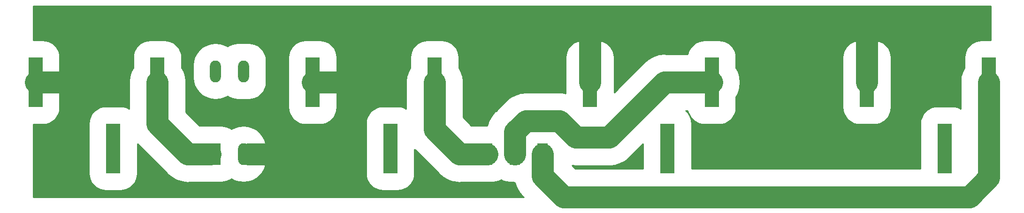
<source format=gbr>
G04 #@! TF.GenerationSoftware,KiCad,Pcbnew,5.1.4*
G04 #@! TF.CreationDate,2019-11-13T20:32:36-05:00*
G04 #@! TF.ProjectId,PooferControl-Reciever-PlugPlane,506f6f66-6572-4436-9f6e-74726f6c2d52,rev?*
G04 #@! TF.SameCoordinates,Original*
G04 #@! TF.FileFunction,Copper,L1,Top*
G04 #@! TF.FilePolarity,Positive*
%FSLAX46Y46*%
G04 Gerber Fmt 4.6, Leading zero omitted, Abs format (unit mm)*
G04 Created by KiCad (PCBNEW 5.1.4) date 2019-11-13 20:32:36*
%MOMM*%
%LPD*%
G04 APERTURE LIST*
%ADD10O,1.980000X3.960000*%
%ADD11R,1.980000X3.960000*%
%ADD12R,2.500000X9.000000*%
%ADD13C,4.000000*%
%ADD14C,0.254000*%
G04 APERTURE END LIST*
D10*
X105000000Y-85000000D03*
X110000000Y-85000000D03*
X110000000Y-100000000D03*
D11*
X105000000Y-100000000D03*
D12*
X186500000Y-99000000D03*
X172500000Y-87000000D03*
X194500000Y-87000000D03*
X236500000Y-99000000D03*
X222500000Y-87000000D03*
X244500000Y-87000000D03*
X94500000Y-87000000D03*
X72500000Y-87000000D03*
X86500000Y-99000000D03*
D11*
X154000000Y-100000000D03*
X159000000Y-100000000D03*
X164000000Y-100000000D03*
D12*
X136500000Y-99000000D03*
X122500000Y-87000000D03*
X144500000Y-87000000D03*
D13*
X164000000Y-100990000D02*
X164000000Y-100000000D01*
X244500000Y-87000000D02*
X244500000Y-104274990D01*
X244500000Y-104274990D02*
X241000000Y-107774990D01*
X241000000Y-107774990D02*
X167774990Y-107774990D01*
X164000000Y-104000000D02*
X164000000Y-100990000D01*
X167774990Y-107774990D02*
X164000000Y-104000000D01*
X159000000Y-96000000D02*
X159000000Y-100000000D01*
X161000000Y-94000000D02*
X159000000Y-96000000D01*
X170000000Y-97000000D02*
X167000000Y-94000000D01*
X167000000Y-94000000D02*
X161000000Y-94000000D01*
X176000000Y-97000000D02*
X170000000Y-97000000D01*
X186000000Y-87000000D02*
X176000000Y-97000000D01*
X194500000Y-87000000D02*
X186000000Y-87000000D01*
X94500000Y-94500000D02*
X94500000Y-87000000D01*
X104000000Y-100000000D02*
X100000000Y-100000000D01*
X100000000Y-100000000D02*
X94500000Y-94500000D01*
X149000000Y-100000000D02*
X144500000Y-95500000D01*
X154000000Y-100000000D02*
X149000000Y-100000000D01*
X144500000Y-95500000D02*
X144500000Y-87000000D01*
X72500000Y-87000000D02*
X79000000Y-87000000D01*
X122500000Y-87000000D02*
X128000000Y-87000000D01*
X172500000Y-87000000D02*
X172500000Y-78500000D01*
X222500000Y-87000000D02*
X222500000Y-78500000D01*
X111000000Y-100000000D02*
X116000000Y-100000000D01*
D14*
G36*
X244848001Y-74845154D02*
G01*
X244848000Y-78845154D01*
X244848000Y-79357870D01*
X243250000Y-79357870D01*
X242637001Y-79418245D01*
X242047559Y-79597050D01*
X241504326Y-79887414D01*
X241028179Y-80278179D01*
X240637414Y-80754326D01*
X240347050Y-81297559D01*
X240168245Y-81887001D01*
X240107870Y-82500000D01*
X240107870Y-84340910D01*
X239740351Y-85028490D01*
X239447184Y-85994933D01*
X239373000Y-86748132D01*
X239373000Y-91821844D01*
X238952441Y-91597050D01*
X238362999Y-91418245D01*
X237750000Y-91357870D01*
X235250000Y-91357870D01*
X234637001Y-91418245D01*
X234047559Y-91597050D01*
X233504326Y-91887414D01*
X233028179Y-92278179D01*
X232637414Y-92754326D01*
X232347050Y-93297559D01*
X232168245Y-93887001D01*
X232107870Y-94500000D01*
X232107870Y-102647990D01*
X190892130Y-102647990D01*
X190892130Y-94500000D01*
X190831755Y-93887001D01*
X190652950Y-93297559D01*
X190362586Y-92754326D01*
X189971821Y-92278179D01*
X189787609Y-92127000D01*
X190172492Y-92127000D01*
X190347050Y-92702441D01*
X190637414Y-93245674D01*
X191028179Y-93721821D01*
X191504326Y-94112586D01*
X192047559Y-94402950D01*
X192637001Y-94581755D01*
X193250000Y-94642130D01*
X195750000Y-94642130D01*
X196362999Y-94581755D01*
X196952441Y-94402950D01*
X197495674Y-94112586D01*
X197971821Y-93721821D01*
X198362586Y-93245674D01*
X198652950Y-92702441D01*
X198831755Y-92112999D01*
X198892130Y-91500000D01*
X198892130Y-89659091D01*
X199259649Y-88971511D01*
X199552816Y-88005068D01*
X199651807Y-87000000D01*
X199552816Y-85994932D01*
X199259649Y-85028489D01*
X198892130Y-84340909D01*
X198892130Y-82500000D01*
X218107870Y-82500000D01*
X218107870Y-91500000D01*
X218168245Y-92112999D01*
X218347050Y-92702441D01*
X218637414Y-93245674D01*
X219028179Y-93721821D01*
X219504326Y-94112586D01*
X220047559Y-94402950D01*
X220637001Y-94581755D01*
X221250000Y-94642130D01*
X223750000Y-94642130D01*
X224362999Y-94581755D01*
X224952441Y-94402950D01*
X225495674Y-94112586D01*
X225971821Y-93721821D01*
X226362586Y-93245674D01*
X226652950Y-92702441D01*
X226831755Y-92112999D01*
X226892130Y-91500000D01*
X226892130Y-82500000D01*
X226831755Y-81887001D01*
X226652950Y-81297559D01*
X226362586Y-80754326D01*
X225971821Y-80278179D01*
X225495674Y-79887414D01*
X224952441Y-79597050D01*
X224362999Y-79418245D01*
X223750000Y-79357870D01*
X221250000Y-79357870D01*
X220637001Y-79418245D01*
X220047559Y-79597050D01*
X219504326Y-79887414D01*
X219028179Y-80278179D01*
X218637414Y-80754326D01*
X218347050Y-81297559D01*
X218168245Y-81887001D01*
X218107870Y-82500000D01*
X198892130Y-82500000D01*
X198831755Y-81887001D01*
X198652950Y-81297559D01*
X198362586Y-80754326D01*
X197971821Y-80278179D01*
X197495674Y-79887414D01*
X196952441Y-79597050D01*
X196362999Y-79418245D01*
X195750000Y-79357870D01*
X193250000Y-79357870D01*
X192637001Y-79418245D01*
X192047559Y-79597050D01*
X191504326Y-79887414D01*
X191028179Y-80278179D01*
X190637414Y-80754326D01*
X190347050Y-81297559D01*
X190172492Y-81873000D01*
X186251871Y-81873000D01*
X186000000Y-81848193D01*
X184994932Y-81947183D01*
X184028488Y-82240351D01*
X183679538Y-82426869D01*
X183137809Y-82716429D01*
X182357122Y-83357122D01*
X182196562Y-83552765D01*
X176892130Y-88857198D01*
X176892130Y-82500000D01*
X176831755Y-81887001D01*
X176652950Y-81297559D01*
X176362586Y-80754326D01*
X175971821Y-80278179D01*
X175495674Y-79887414D01*
X174952441Y-79597050D01*
X174362999Y-79418245D01*
X173750000Y-79357870D01*
X171250000Y-79357870D01*
X170637001Y-79418245D01*
X170047559Y-79597050D01*
X169504326Y-79887414D01*
X169028179Y-80278179D01*
X168637414Y-80754326D01*
X168347050Y-81297559D01*
X168168245Y-81887001D01*
X168107870Y-82500000D01*
X168107870Y-88978369D01*
X168005068Y-88947184D01*
X167251869Y-88873000D01*
X167251868Y-88873000D01*
X167000000Y-88848193D01*
X166748132Y-88873000D01*
X161251868Y-88873000D01*
X160999999Y-88848193D01*
X159994932Y-88947184D01*
X159028489Y-89240351D01*
X158137809Y-89716429D01*
X157357122Y-90357122D01*
X157196557Y-90552771D01*
X155552771Y-92196557D01*
X155357122Y-92357122D01*
X154716429Y-93137810D01*
X154240351Y-94028490D01*
X153984172Y-94873000D01*
X151123673Y-94873000D01*
X149627000Y-93376328D01*
X149627000Y-86748131D01*
X149552816Y-85994932D01*
X149259649Y-85028489D01*
X148892130Y-84340909D01*
X148892130Y-82500000D01*
X148831755Y-81887001D01*
X148652950Y-81297559D01*
X148362586Y-80754326D01*
X147971821Y-80278179D01*
X147495674Y-79887414D01*
X146952441Y-79597050D01*
X146362999Y-79418245D01*
X145750000Y-79357870D01*
X143250000Y-79357870D01*
X142637001Y-79418245D01*
X142047559Y-79597050D01*
X141504326Y-79887414D01*
X141028179Y-80278179D01*
X140637414Y-80754326D01*
X140347050Y-81297559D01*
X140168245Y-81887001D01*
X140107870Y-82500000D01*
X140107870Y-84340911D01*
X139740352Y-85028489D01*
X139447185Y-85994932D01*
X139373001Y-86748131D01*
X139373000Y-91821844D01*
X138952441Y-91597050D01*
X138362999Y-91418245D01*
X137750000Y-91357870D01*
X135250000Y-91357870D01*
X134637001Y-91418245D01*
X134047559Y-91597050D01*
X133504326Y-91887414D01*
X133028179Y-92278179D01*
X132637414Y-92754326D01*
X132347050Y-93297559D01*
X132168245Y-93887001D01*
X132107870Y-94500000D01*
X132107870Y-103500000D01*
X132168245Y-104112999D01*
X132347050Y-104702441D01*
X132637414Y-105245674D01*
X133028179Y-105721821D01*
X133504326Y-106112586D01*
X134047559Y-106402950D01*
X134637001Y-106581755D01*
X135250000Y-106642130D01*
X137750000Y-106642130D01*
X138362999Y-106581755D01*
X138952441Y-106402950D01*
X139495674Y-106112586D01*
X139971821Y-105721821D01*
X140362586Y-105245674D01*
X140652950Y-104702441D01*
X140831755Y-104112999D01*
X140892130Y-103500000D01*
X140892130Y-99171608D01*
X141052770Y-99303442D01*
X145196562Y-103447235D01*
X145357122Y-103642878D01*
X146137809Y-104283571D01*
X147028489Y-104759649D01*
X147837528Y-105005068D01*
X147994932Y-105052816D01*
X148999999Y-105151807D01*
X149251868Y-105127000D01*
X154251869Y-105127000D01*
X154301315Y-105122130D01*
X154990000Y-105122130D01*
X155602999Y-105061755D01*
X156192441Y-104882950D01*
X156500000Y-104718556D01*
X156807559Y-104882950D01*
X157397001Y-105061755D01*
X158010000Y-105122130D01*
X158698686Y-105122130D01*
X158991441Y-105150964D01*
X159240351Y-105971510D01*
X159716429Y-106862190D01*
X160357122Y-107642878D01*
X160552770Y-107803442D01*
X160597328Y-107848000D01*
X72152000Y-107848000D01*
X72152000Y-94642130D01*
X73750000Y-94642130D01*
X74362999Y-94581755D01*
X74632509Y-94500000D01*
X82107870Y-94500000D01*
X82107870Y-103500000D01*
X82168245Y-104112999D01*
X82347050Y-104702441D01*
X82637414Y-105245674D01*
X83028179Y-105721821D01*
X83504326Y-106112586D01*
X84047559Y-106402950D01*
X84637001Y-106581755D01*
X85250000Y-106642130D01*
X87750000Y-106642130D01*
X88362999Y-106581755D01*
X88952441Y-106402950D01*
X89495674Y-106112586D01*
X89971821Y-105721821D01*
X90362586Y-105245674D01*
X90652950Y-104702441D01*
X90831755Y-104112999D01*
X90892130Y-103500000D01*
X90892130Y-98171608D01*
X91052770Y-98303442D01*
X96196562Y-103447235D01*
X96357122Y-103642878D01*
X97137809Y-104283571D01*
X97715936Y-104592586D01*
X98028489Y-104759649D01*
X98994932Y-105052817D01*
X100000000Y-105151807D01*
X100251871Y-105127000D01*
X104251869Y-105127000D01*
X104301315Y-105122130D01*
X105990000Y-105122130D01*
X106602999Y-105061755D01*
X107192441Y-104882950D01*
X107735674Y-104592586D01*
X107842432Y-104504972D01*
X108416870Y-104812016D01*
X109192928Y-105047430D01*
X110000000Y-105126920D01*
X110807073Y-105047430D01*
X111583131Y-104812016D01*
X112298350Y-104429723D01*
X112925244Y-103915244D01*
X113439723Y-103288350D01*
X113822016Y-102573130D01*
X114057430Y-101797072D01*
X114117000Y-101192250D01*
X114117000Y-98807749D01*
X114057430Y-98202927D01*
X113822016Y-97426869D01*
X113439723Y-96711650D01*
X112925244Y-96084756D01*
X112298350Y-95570277D01*
X111583130Y-95187984D01*
X110807072Y-94952570D01*
X110000000Y-94873080D01*
X109192927Y-94952570D01*
X108416869Y-95187984D01*
X107842431Y-95495028D01*
X107735674Y-95407414D01*
X107192441Y-95117050D01*
X106602999Y-94938245D01*
X105990000Y-94877870D01*
X104301315Y-94877870D01*
X104251869Y-94873000D01*
X102123673Y-94873000D01*
X99627000Y-92376328D01*
X99627000Y-86748131D01*
X99552816Y-85994932D01*
X99259649Y-85028489D01*
X98892130Y-84340909D01*
X98892130Y-83807749D01*
X100883000Y-83807749D01*
X100883000Y-86192250D01*
X100942570Y-86797072D01*
X101177984Y-87573130D01*
X101560277Y-88288350D01*
X102074756Y-88915244D01*
X102701650Y-89429723D01*
X103416869Y-89812016D01*
X104192927Y-90047430D01*
X105000000Y-90126920D01*
X105807072Y-90047430D01*
X106583130Y-89812016D01*
X107157569Y-89504972D01*
X107264326Y-89592586D01*
X107807559Y-89882950D01*
X108397001Y-90061755D01*
X109010000Y-90122130D01*
X110990000Y-90122130D01*
X111602999Y-90061755D01*
X112192441Y-89882950D01*
X112735674Y-89592586D01*
X113211821Y-89201821D01*
X113602586Y-88725674D01*
X113892950Y-88182441D01*
X114071755Y-87592999D01*
X114132130Y-86980000D01*
X114132130Y-83020000D01*
X114080915Y-82500000D01*
X118107870Y-82500000D01*
X118107870Y-91500000D01*
X118168245Y-92112999D01*
X118347050Y-92702441D01*
X118637414Y-93245674D01*
X119028179Y-93721821D01*
X119504326Y-94112586D01*
X120047559Y-94402950D01*
X120637001Y-94581755D01*
X121250000Y-94642130D01*
X123750000Y-94642130D01*
X124362999Y-94581755D01*
X124952441Y-94402950D01*
X125495674Y-94112586D01*
X125971821Y-93721821D01*
X126362586Y-93245674D01*
X126652950Y-92702441D01*
X126831755Y-92112999D01*
X126892130Y-91500000D01*
X126892130Y-82500000D01*
X126831755Y-81887001D01*
X126652950Y-81297559D01*
X126362586Y-80754326D01*
X125971821Y-80278179D01*
X125495674Y-79887414D01*
X124952441Y-79597050D01*
X124362999Y-79418245D01*
X123750000Y-79357870D01*
X121250000Y-79357870D01*
X120637001Y-79418245D01*
X120047559Y-79597050D01*
X119504326Y-79887414D01*
X119028179Y-80278179D01*
X118637414Y-80754326D01*
X118347050Y-81297559D01*
X118168245Y-81887001D01*
X118107870Y-82500000D01*
X114080915Y-82500000D01*
X114071755Y-82407001D01*
X113892950Y-81817559D01*
X113602586Y-81274326D01*
X113211821Y-80798179D01*
X112735674Y-80407414D01*
X112192441Y-80117050D01*
X111602999Y-79938245D01*
X110990000Y-79877870D01*
X109010000Y-79877870D01*
X108397001Y-79938245D01*
X107807559Y-80117050D01*
X107264326Y-80407414D01*
X107157569Y-80495028D01*
X106583131Y-80187984D01*
X105807073Y-79952570D01*
X105000000Y-79873080D01*
X104192928Y-79952570D01*
X103416870Y-80187984D01*
X102701651Y-80570277D01*
X102074757Y-81084756D01*
X101560278Y-81711650D01*
X101177984Y-82426869D01*
X100942570Y-83202927D01*
X100883000Y-83807749D01*
X98892130Y-83807749D01*
X98892130Y-82500000D01*
X98831755Y-81887001D01*
X98652950Y-81297559D01*
X98362586Y-80754326D01*
X97971821Y-80278179D01*
X97495674Y-79887414D01*
X96952441Y-79597050D01*
X96362999Y-79418245D01*
X95750000Y-79357870D01*
X93250000Y-79357870D01*
X92637001Y-79418245D01*
X92047559Y-79597050D01*
X91504326Y-79887414D01*
X91028179Y-80278179D01*
X90637414Y-80754326D01*
X90347050Y-81297559D01*
X90168245Y-81887001D01*
X90107870Y-82500000D01*
X90107870Y-84340911D01*
X89740352Y-85028489D01*
X89447185Y-85994932D01*
X89373001Y-86748131D01*
X89373000Y-91821844D01*
X88952441Y-91597050D01*
X88362999Y-91418245D01*
X87750000Y-91357870D01*
X85250000Y-91357870D01*
X84637001Y-91418245D01*
X84047559Y-91597050D01*
X83504326Y-91887414D01*
X83028179Y-92278179D01*
X82637414Y-92754326D01*
X82347050Y-93297559D01*
X82168245Y-93887001D01*
X82107870Y-94500000D01*
X74632509Y-94500000D01*
X74952441Y-94402950D01*
X75495674Y-94112586D01*
X75971821Y-93721821D01*
X76362586Y-93245674D01*
X76652950Y-92702441D01*
X76831755Y-92112999D01*
X76892130Y-91500000D01*
X76892130Y-82500000D01*
X76831755Y-81887001D01*
X76652950Y-81297559D01*
X76362586Y-80754326D01*
X75971821Y-80278179D01*
X75495674Y-79887414D01*
X74952441Y-79597050D01*
X74362999Y-79418245D01*
X73750000Y-79357870D01*
X72152000Y-79357870D01*
X72152000Y-73152000D01*
X244848001Y-73152000D01*
X244848001Y-74845154D01*
X244848001Y-74845154D01*
G37*
X244848001Y-74845154D02*
X244848000Y-78845154D01*
X244848000Y-79357870D01*
X243250000Y-79357870D01*
X242637001Y-79418245D01*
X242047559Y-79597050D01*
X241504326Y-79887414D01*
X241028179Y-80278179D01*
X240637414Y-80754326D01*
X240347050Y-81297559D01*
X240168245Y-81887001D01*
X240107870Y-82500000D01*
X240107870Y-84340910D01*
X239740351Y-85028490D01*
X239447184Y-85994933D01*
X239373000Y-86748132D01*
X239373000Y-91821844D01*
X238952441Y-91597050D01*
X238362999Y-91418245D01*
X237750000Y-91357870D01*
X235250000Y-91357870D01*
X234637001Y-91418245D01*
X234047559Y-91597050D01*
X233504326Y-91887414D01*
X233028179Y-92278179D01*
X232637414Y-92754326D01*
X232347050Y-93297559D01*
X232168245Y-93887001D01*
X232107870Y-94500000D01*
X232107870Y-102647990D01*
X190892130Y-102647990D01*
X190892130Y-94500000D01*
X190831755Y-93887001D01*
X190652950Y-93297559D01*
X190362586Y-92754326D01*
X189971821Y-92278179D01*
X189787609Y-92127000D01*
X190172492Y-92127000D01*
X190347050Y-92702441D01*
X190637414Y-93245674D01*
X191028179Y-93721821D01*
X191504326Y-94112586D01*
X192047559Y-94402950D01*
X192637001Y-94581755D01*
X193250000Y-94642130D01*
X195750000Y-94642130D01*
X196362999Y-94581755D01*
X196952441Y-94402950D01*
X197495674Y-94112586D01*
X197971821Y-93721821D01*
X198362586Y-93245674D01*
X198652950Y-92702441D01*
X198831755Y-92112999D01*
X198892130Y-91500000D01*
X198892130Y-89659091D01*
X199259649Y-88971511D01*
X199552816Y-88005068D01*
X199651807Y-87000000D01*
X199552816Y-85994932D01*
X199259649Y-85028489D01*
X198892130Y-84340909D01*
X198892130Y-82500000D01*
X218107870Y-82500000D01*
X218107870Y-91500000D01*
X218168245Y-92112999D01*
X218347050Y-92702441D01*
X218637414Y-93245674D01*
X219028179Y-93721821D01*
X219504326Y-94112586D01*
X220047559Y-94402950D01*
X220637001Y-94581755D01*
X221250000Y-94642130D01*
X223750000Y-94642130D01*
X224362999Y-94581755D01*
X224952441Y-94402950D01*
X225495674Y-94112586D01*
X225971821Y-93721821D01*
X226362586Y-93245674D01*
X226652950Y-92702441D01*
X226831755Y-92112999D01*
X226892130Y-91500000D01*
X226892130Y-82500000D01*
X226831755Y-81887001D01*
X226652950Y-81297559D01*
X226362586Y-80754326D01*
X225971821Y-80278179D01*
X225495674Y-79887414D01*
X224952441Y-79597050D01*
X224362999Y-79418245D01*
X223750000Y-79357870D01*
X221250000Y-79357870D01*
X220637001Y-79418245D01*
X220047559Y-79597050D01*
X219504326Y-79887414D01*
X219028179Y-80278179D01*
X218637414Y-80754326D01*
X218347050Y-81297559D01*
X218168245Y-81887001D01*
X218107870Y-82500000D01*
X198892130Y-82500000D01*
X198831755Y-81887001D01*
X198652950Y-81297559D01*
X198362586Y-80754326D01*
X197971821Y-80278179D01*
X197495674Y-79887414D01*
X196952441Y-79597050D01*
X196362999Y-79418245D01*
X195750000Y-79357870D01*
X193250000Y-79357870D01*
X192637001Y-79418245D01*
X192047559Y-79597050D01*
X191504326Y-79887414D01*
X191028179Y-80278179D01*
X190637414Y-80754326D01*
X190347050Y-81297559D01*
X190172492Y-81873000D01*
X186251871Y-81873000D01*
X186000000Y-81848193D01*
X184994932Y-81947183D01*
X184028488Y-82240351D01*
X183679538Y-82426869D01*
X183137809Y-82716429D01*
X182357122Y-83357122D01*
X182196562Y-83552765D01*
X176892130Y-88857198D01*
X176892130Y-82500000D01*
X176831755Y-81887001D01*
X176652950Y-81297559D01*
X176362586Y-80754326D01*
X175971821Y-80278179D01*
X175495674Y-79887414D01*
X174952441Y-79597050D01*
X174362999Y-79418245D01*
X173750000Y-79357870D01*
X171250000Y-79357870D01*
X170637001Y-79418245D01*
X170047559Y-79597050D01*
X169504326Y-79887414D01*
X169028179Y-80278179D01*
X168637414Y-80754326D01*
X168347050Y-81297559D01*
X168168245Y-81887001D01*
X168107870Y-82500000D01*
X168107870Y-88978369D01*
X168005068Y-88947184D01*
X167251869Y-88873000D01*
X167251868Y-88873000D01*
X167000000Y-88848193D01*
X166748132Y-88873000D01*
X161251868Y-88873000D01*
X160999999Y-88848193D01*
X159994932Y-88947184D01*
X159028489Y-89240351D01*
X158137809Y-89716429D01*
X157357122Y-90357122D01*
X157196557Y-90552771D01*
X155552771Y-92196557D01*
X155357122Y-92357122D01*
X154716429Y-93137810D01*
X154240351Y-94028490D01*
X153984172Y-94873000D01*
X151123673Y-94873000D01*
X149627000Y-93376328D01*
X149627000Y-86748131D01*
X149552816Y-85994932D01*
X149259649Y-85028489D01*
X148892130Y-84340909D01*
X148892130Y-82500000D01*
X148831755Y-81887001D01*
X148652950Y-81297559D01*
X148362586Y-80754326D01*
X147971821Y-80278179D01*
X147495674Y-79887414D01*
X146952441Y-79597050D01*
X146362999Y-79418245D01*
X145750000Y-79357870D01*
X143250000Y-79357870D01*
X142637001Y-79418245D01*
X142047559Y-79597050D01*
X141504326Y-79887414D01*
X141028179Y-80278179D01*
X140637414Y-80754326D01*
X140347050Y-81297559D01*
X140168245Y-81887001D01*
X140107870Y-82500000D01*
X140107870Y-84340911D01*
X139740352Y-85028489D01*
X139447185Y-85994932D01*
X139373001Y-86748131D01*
X139373000Y-91821844D01*
X138952441Y-91597050D01*
X138362999Y-91418245D01*
X137750000Y-91357870D01*
X135250000Y-91357870D01*
X134637001Y-91418245D01*
X134047559Y-91597050D01*
X133504326Y-91887414D01*
X133028179Y-92278179D01*
X132637414Y-92754326D01*
X132347050Y-93297559D01*
X132168245Y-93887001D01*
X132107870Y-94500000D01*
X132107870Y-103500000D01*
X132168245Y-104112999D01*
X132347050Y-104702441D01*
X132637414Y-105245674D01*
X133028179Y-105721821D01*
X133504326Y-106112586D01*
X134047559Y-106402950D01*
X134637001Y-106581755D01*
X135250000Y-106642130D01*
X137750000Y-106642130D01*
X138362999Y-106581755D01*
X138952441Y-106402950D01*
X139495674Y-106112586D01*
X139971821Y-105721821D01*
X140362586Y-105245674D01*
X140652950Y-104702441D01*
X140831755Y-104112999D01*
X140892130Y-103500000D01*
X140892130Y-99171608D01*
X141052770Y-99303442D01*
X145196562Y-103447235D01*
X145357122Y-103642878D01*
X146137809Y-104283571D01*
X147028489Y-104759649D01*
X147837528Y-105005068D01*
X147994932Y-105052816D01*
X148999999Y-105151807D01*
X149251868Y-105127000D01*
X154251869Y-105127000D01*
X154301315Y-105122130D01*
X154990000Y-105122130D01*
X155602999Y-105061755D01*
X156192441Y-104882950D01*
X156500000Y-104718556D01*
X156807559Y-104882950D01*
X157397001Y-105061755D01*
X158010000Y-105122130D01*
X158698686Y-105122130D01*
X158991441Y-105150964D01*
X159240351Y-105971510D01*
X159716429Y-106862190D01*
X160357122Y-107642878D01*
X160552770Y-107803442D01*
X160597328Y-107848000D01*
X72152000Y-107848000D01*
X72152000Y-94642130D01*
X73750000Y-94642130D01*
X74362999Y-94581755D01*
X74632509Y-94500000D01*
X82107870Y-94500000D01*
X82107870Y-103500000D01*
X82168245Y-104112999D01*
X82347050Y-104702441D01*
X82637414Y-105245674D01*
X83028179Y-105721821D01*
X83504326Y-106112586D01*
X84047559Y-106402950D01*
X84637001Y-106581755D01*
X85250000Y-106642130D01*
X87750000Y-106642130D01*
X88362999Y-106581755D01*
X88952441Y-106402950D01*
X89495674Y-106112586D01*
X89971821Y-105721821D01*
X90362586Y-105245674D01*
X90652950Y-104702441D01*
X90831755Y-104112999D01*
X90892130Y-103500000D01*
X90892130Y-98171608D01*
X91052770Y-98303442D01*
X96196562Y-103447235D01*
X96357122Y-103642878D01*
X97137809Y-104283571D01*
X97715936Y-104592586D01*
X98028489Y-104759649D01*
X98994932Y-105052817D01*
X100000000Y-105151807D01*
X100251871Y-105127000D01*
X104251869Y-105127000D01*
X104301315Y-105122130D01*
X105990000Y-105122130D01*
X106602999Y-105061755D01*
X107192441Y-104882950D01*
X107735674Y-104592586D01*
X107842432Y-104504972D01*
X108416870Y-104812016D01*
X109192928Y-105047430D01*
X110000000Y-105126920D01*
X110807073Y-105047430D01*
X111583131Y-104812016D01*
X112298350Y-104429723D01*
X112925244Y-103915244D01*
X113439723Y-103288350D01*
X113822016Y-102573130D01*
X114057430Y-101797072D01*
X114117000Y-101192250D01*
X114117000Y-98807749D01*
X114057430Y-98202927D01*
X113822016Y-97426869D01*
X113439723Y-96711650D01*
X112925244Y-96084756D01*
X112298350Y-95570277D01*
X111583130Y-95187984D01*
X110807072Y-94952570D01*
X110000000Y-94873080D01*
X109192927Y-94952570D01*
X108416869Y-95187984D01*
X107842431Y-95495028D01*
X107735674Y-95407414D01*
X107192441Y-95117050D01*
X106602999Y-94938245D01*
X105990000Y-94877870D01*
X104301315Y-94877870D01*
X104251869Y-94873000D01*
X102123673Y-94873000D01*
X99627000Y-92376328D01*
X99627000Y-86748131D01*
X99552816Y-85994932D01*
X99259649Y-85028489D01*
X98892130Y-84340909D01*
X98892130Y-83807749D01*
X100883000Y-83807749D01*
X100883000Y-86192250D01*
X100942570Y-86797072D01*
X101177984Y-87573130D01*
X101560277Y-88288350D01*
X102074756Y-88915244D01*
X102701650Y-89429723D01*
X103416869Y-89812016D01*
X104192927Y-90047430D01*
X105000000Y-90126920D01*
X105807072Y-90047430D01*
X106583130Y-89812016D01*
X107157569Y-89504972D01*
X107264326Y-89592586D01*
X107807559Y-89882950D01*
X108397001Y-90061755D01*
X109010000Y-90122130D01*
X110990000Y-90122130D01*
X111602999Y-90061755D01*
X112192441Y-89882950D01*
X112735674Y-89592586D01*
X113211821Y-89201821D01*
X113602586Y-88725674D01*
X113892950Y-88182441D01*
X114071755Y-87592999D01*
X114132130Y-86980000D01*
X114132130Y-83020000D01*
X114080915Y-82500000D01*
X118107870Y-82500000D01*
X118107870Y-91500000D01*
X118168245Y-92112999D01*
X118347050Y-92702441D01*
X118637414Y-93245674D01*
X119028179Y-93721821D01*
X119504326Y-94112586D01*
X120047559Y-94402950D01*
X120637001Y-94581755D01*
X121250000Y-94642130D01*
X123750000Y-94642130D01*
X124362999Y-94581755D01*
X124952441Y-94402950D01*
X125495674Y-94112586D01*
X125971821Y-93721821D01*
X126362586Y-93245674D01*
X126652950Y-92702441D01*
X126831755Y-92112999D01*
X126892130Y-91500000D01*
X126892130Y-82500000D01*
X126831755Y-81887001D01*
X126652950Y-81297559D01*
X126362586Y-80754326D01*
X125971821Y-80278179D01*
X125495674Y-79887414D01*
X124952441Y-79597050D01*
X124362999Y-79418245D01*
X123750000Y-79357870D01*
X121250000Y-79357870D01*
X120637001Y-79418245D01*
X120047559Y-79597050D01*
X119504326Y-79887414D01*
X119028179Y-80278179D01*
X118637414Y-80754326D01*
X118347050Y-81297559D01*
X118168245Y-81887001D01*
X118107870Y-82500000D01*
X114080915Y-82500000D01*
X114071755Y-82407001D01*
X113892950Y-81817559D01*
X113602586Y-81274326D01*
X113211821Y-80798179D01*
X112735674Y-80407414D01*
X112192441Y-80117050D01*
X111602999Y-79938245D01*
X110990000Y-79877870D01*
X109010000Y-79877870D01*
X108397001Y-79938245D01*
X107807559Y-80117050D01*
X107264326Y-80407414D01*
X107157569Y-80495028D01*
X106583131Y-80187984D01*
X105807073Y-79952570D01*
X105000000Y-79873080D01*
X104192928Y-79952570D01*
X103416870Y-80187984D01*
X102701651Y-80570277D01*
X102074757Y-81084756D01*
X101560278Y-81711650D01*
X101177984Y-82426869D01*
X100942570Y-83202927D01*
X100883000Y-83807749D01*
X98892130Y-83807749D01*
X98892130Y-82500000D01*
X98831755Y-81887001D01*
X98652950Y-81297559D01*
X98362586Y-80754326D01*
X97971821Y-80278179D01*
X97495674Y-79887414D01*
X96952441Y-79597050D01*
X96362999Y-79418245D01*
X95750000Y-79357870D01*
X93250000Y-79357870D01*
X92637001Y-79418245D01*
X92047559Y-79597050D01*
X91504326Y-79887414D01*
X91028179Y-80278179D01*
X90637414Y-80754326D01*
X90347050Y-81297559D01*
X90168245Y-81887001D01*
X90107870Y-82500000D01*
X90107870Y-84340911D01*
X89740352Y-85028489D01*
X89447185Y-85994932D01*
X89373001Y-86748131D01*
X89373000Y-91821844D01*
X88952441Y-91597050D01*
X88362999Y-91418245D01*
X87750000Y-91357870D01*
X85250000Y-91357870D01*
X84637001Y-91418245D01*
X84047559Y-91597050D01*
X83504326Y-91887414D01*
X83028179Y-92278179D01*
X82637414Y-92754326D01*
X82347050Y-93297559D01*
X82168245Y-93887001D01*
X82107870Y-94500000D01*
X74632509Y-94500000D01*
X74952441Y-94402950D01*
X75495674Y-94112586D01*
X75971821Y-93721821D01*
X76362586Y-93245674D01*
X76652950Y-92702441D01*
X76831755Y-92112999D01*
X76892130Y-91500000D01*
X76892130Y-82500000D01*
X76831755Y-81887001D01*
X76652950Y-81297559D01*
X76362586Y-80754326D01*
X75971821Y-80278179D01*
X75495674Y-79887414D01*
X74952441Y-79597050D01*
X74362999Y-79418245D01*
X73750000Y-79357870D01*
X72152000Y-79357870D01*
X72152000Y-73152000D01*
X244848001Y-73152000D01*
X244848001Y-74845154D01*
G36*
X182107870Y-102647990D02*
G01*
X169898663Y-102647990D01*
X169337199Y-102086527D01*
X170000000Y-102151807D01*
X170251868Y-102127000D01*
X175748132Y-102127000D01*
X176000000Y-102151807D01*
X176251868Y-102127000D01*
X176251869Y-102127000D01*
X177005068Y-102052816D01*
X177971511Y-101759649D01*
X178862191Y-101283571D01*
X179642878Y-100642878D01*
X179803442Y-100447230D01*
X182107870Y-98142802D01*
X182107870Y-102647990D01*
X182107870Y-102647990D01*
G37*
X182107870Y-102647990D02*
X169898663Y-102647990D01*
X169337199Y-102086527D01*
X170000000Y-102151807D01*
X170251868Y-102127000D01*
X175748132Y-102127000D01*
X176000000Y-102151807D01*
X176251868Y-102127000D01*
X176251869Y-102127000D01*
X177005068Y-102052816D01*
X177971511Y-101759649D01*
X178862191Y-101283571D01*
X179642878Y-100642878D01*
X179803442Y-100447230D01*
X182107870Y-98142802D01*
X182107870Y-102647990D01*
M02*

</source>
